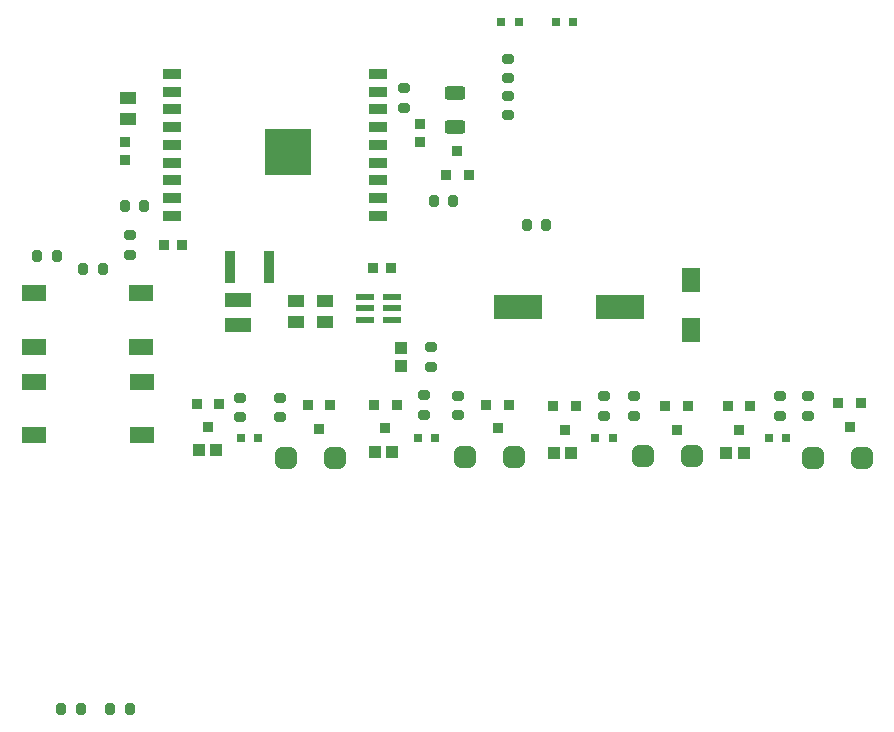
<source format=gtp>
G04 #@! TF.GenerationSoftware,KiCad,Pcbnew,9.0.3*
G04 #@! TF.CreationDate,2025-08-26T10:07:48-04:00*
G04 #@! TF.ProjectId,Water_controller_board,57617465-725f-4636-9f6e-74726f6c6c65,rev?*
G04 #@! TF.SameCoordinates,Original*
G04 #@! TF.FileFunction,Paste,Top*
G04 #@! TF.FilePolarity,Positive*
%FSLAX46Y46*%
G04 Gerber Fmt 4.6, Leading zero omitted, Abs format (unit mm)*
G04 Created by KiCad (PCBNEW 9.0.3) date 2025-08-26 10:07:48*
%MOMM*%
%LPD*%
G01*
G04 APERTURE LIST*
G04 Aperture macros list*
%AMRoundRect*
0 Rectangle with rounded corners*
0 $1 Rounding radius*
0 $2 $3 $4 $5 $6 $7 $8 $9 X,Y pos of 4 corners*
0 Add a 4 corners polygon primitive as box body*
4,1,4,$2,$3,$4,$5,$6,$7,$8,$9,$2,$3,0*
0 Add four circle primitives for the rounded corners*
1,1,$1+$1,$2,$3*
1,1,$1+$1,$4,$5*
1,1,$1+$1,$6,$7*
1,1,$1+$1,$8,$9*
0 Add four rect primitives between the rounded corners*
20,1,$1+$1,$2,$3,$4,$5,0*
20,1,$1+$1,$4,$5,$6,$7,0*
20,1,$1+$1,$6,$7,$8,$9,0*
20,1,$1+$1,$8,$9,$2,$3,0*%
G04 Aperture macros list end*
%ADD10RoundRect,0.080000X-0.320000X0.370000X-0.320000X-0.370000X0.320000X-0.370000X0.320000X0.370000X0*%
%ADD11RoundRect,0.200000X0.275000X-0.200000X0.275000X0.200000X-0.275000X0.200000X-0.275000X-0.200000X0*%
%ADD12R,0.930000X0.890000*%
%ADD13RoundRect,0.080000X0.320000X-0.370000X0.320000X0.370000X-0.320000X0.370000X-0.320000X-0.370000X0*%
%ADD14R,0.800000X0.800000*%
%ADD15RoundRect,0.200000X0.200000X0.275000X-0.200000X0.275000X-0.200000X-0.275000X0.200000X-0.275000X0*%
%ADD16R,1.020000X1.040000*%
%ADD17RoundRect,0.200000X-0.275000X0.200000X-0.275000X-0.200000X0.275000X-0.200000X0.275000X0.200000X0*%
%ADD18R,4.100000X2.000000*%
%ADD19RoundRect,0.200000X-0.200000X-0.275000X0.200000X-0.275000X0.200000X0.275000X-0.200000X0.275000X0*%
%ADD20R,2.220000X1.240000*%
%ADD21RoundRect,0.450000X0.450000X0.450000X-0.450000X0.450000X-0.450000X-0.450000X0.450000X-0.450000X0*%
%ADD22R,1.420000X1.080000*%
%ADD23R,1.040000X1.020000*%
%ADD24RoundRect,0.041300X-0.683700X-0.253700X0.683700X-0.253700X0.683700X0.253700X-0.683700X0.253700X0*%
%ADD25RoundRect,0.250000X-0.625000X0.312500X-0.625000X-0.312500X0.625000X-0.312500X0.625000X0.312500X0*%
%ADD26R,2.100000X1.400000*%
%ADD27R,0.890000X0.930000*%
%ADD28R,0.960000X2.720000*%
%ADD29R,1.498600X0.889000*%
%ADD30R,3.987800X3.987800*%
%ADD31R,1.500000X2.120000*%
G04 APERTURE END LIST*
D10*
G04 #@! TO.C,Q5*
X171801654Y-91377902D03*
X169901654Y-91377902D03*
X170851654Y-93377902D03*
G04 #@! TD*
D11*
G04 #@! TO.C,R18*
X189366254Y-92316400D03*
X189366254Y-90666400D03*
G04 #@! TD*
D12*
G04 #@! TO.C,C6*
X148786275Y-69134317D03*
X148786275Y-70674317D03*
G04 #@! TD*
D13*
G04 #@! TO.C,Q2*
X175998954Y-71927900D03*
X177898954Y-71927900D03*
X176948954Y-69927900D03*
G04 #@! TD*
D14*
G04 #@! TO.C,D2*
X185268954Y-58967900D03*
X186768954Y-58967900D03*
G04 #@! TD*
D15*
G04 #@! TO.C,R4*
X150438954Y-74527900D03*
X148788954Y-74527900D03*
G04 #@! TD*
D16*
G04 #@! TO.C,R1*
X172193954Y-88073900D03*
X172193954Y-86603900D03*
G04 #@! TD*
D14*
G04 #@! TO.C,D5*
X175078954Y-94187900D03*
X173578954Y-94187900D03*
G04 #@! TD*
D17*
G04 #@! TO.C,R15*
X181248954Y-65217900D03*
X181248954Y-66867900D03*
G04 #@! TD*
D18*
G04 #@! TO.C,C10*
X190748954Y-83077900D03*
X182048954Y-83077900D03*
G04 #@! TD*
D19*
G04 #@! TO.C,R23*
X145283954Y-79927900D03*
X146933954Y-79927900D03*
G04 #@! TD*
D15*
G04 #@! TO.C,R6*
X176598954Y-74127900D03*
X174948954Y-74127900D03*
G04 #@! TD*
D14*
G04 #@! TO.C,D7*
X190118954Y-94237900D03*
X188618954Y-94237900D03*
G04 #@! TD*
D10*
G04 #@! TO.C,Q3*
X156798954Y-91277900D03*
X154898954Y-91277900D03*
X155848954Y-93277900D03*
G04 #@! TD*
D11*
G04 #@! TO.C,R7*
X161898954Y-92422900D03*
X161898954Y-90772900D03*
G04 #@! TD*
D17*
G04 #@! TO.C,R17*
X191912515Y-90666400D03*
X191912515Y-92316400D03*
G04 #@! TD*
D20*
G04 #@! TO.C,L1*
X158348954Y-84657900D03*
X158348954Y-82477900D03*
G04 #@! TD*
D21*
G04 #@! TO.C,D6*
X181752609Y-95801781D03*
X177587009Y-95801781D03*
G04 #@! TD*
D22*
G04 #@! TO.C,C1*
X163248954Y-84372900D03*
X163248954Y-82582900D03*
G04 #@! TD*
D23*
G04 #@! TO.C,R12*
X171451254Y-95377902D03*
X169981254Y-95377902D03*
G04 #@! TD*
D17*
G04 #@! TO.C,R2*
X174718954Y-86507900D03*
X174718954Y-88157900D03*
G04 #@! TD*
D21*
G04 #@! TO.C,D8*
X196834554Y-95727900D03*
X192668954Y-95727900D03*
G04 #@! TD*
D10*
G04 #@! TO.C,Q1*
X166186454Y-91434976D03*
X164286454Y-91434976D03*
X165236454Y-93434976D03*
G04 #@! TD*
D17*
G04 #@! TO.C,R8*
X158568954Y-90772900D03*
X158568954Y-92422900D03*
G04 #@! TD*
D24*
G04 #@! TO.C,U3*
X169138954Y-82277900D03*
X169138954Y-83227900D03*
X169138954Y-84177900D03*
X171448954Y-84177900D03*
X171448954Y-83227900D03*
X171448954Y-82277900D03*
G04 #@! TD*
D10*
G04 #@! TO.C,Q4*
X181301654Y-91377902D03*
X179401654Y-91377902D03*
X180351654Y-93377902D03*
G04 #@! TD*
D15*
G04 #@! TO.C,R25*
X145058954Y-117117900D03*
X143408954Y-117117900D03*
G04 #@! TD*
D10*
G04 #@! TO.C,Q8*
X211108954Y-91234100D03*
X209208954Y-91234100D03*
X210158954Y-93234100D03*
G04 #@! TD*
G04 #@! TO.C,Q9*
X201741654Y-91484100D03*
X199841654Y-91484100D03*
X200791654Y-93484100D03*
G04 #@! TD*
D25*
G04 #@! TO.C,R11*
X176748954Y-64952900D03*
X176748954Y-67877900D03*
G04 #@! TD*
D15*
G04 #@! TO.C,R24*
X184458954Y-76137900D03*
X182808954Y-76137900D03*
G04 #@! TD*
D22*
G04 #@! TO.C,C2*
X165748954Y-84367900D03*
X165748954Y-82577900D03*
G04 #@! TD*
D26*
G04 #@! TO.C,S1*
X141073954Y-81952900D03*
X150173954Y-81952900D03*
X141073954Y-86452900D03*
X150173954Y-86452900D03*
G04 #@! TD*
D11*
G04 #@! TO.C,R10*
X181238954Y-63752900D03*
X181238954Y-62102900D03*
G04 #@! TD*
D22*
G04 #@! TO.C,C7*
X149048954Y-65377900D03*
X149048954Y-67167900D03*
G04 #@! TD*
D11*
G04 #@! TO.C,R21*
X204288954Y-92309100D03*
X204288954Y-90659100D03*
G04 #@! TD*
D27*
G04 #@! TO.C,C5*
X152119954Y-77840900D03*
X153659954Y-77840900D03*
G04 #@! TD*
D23*
G04 #@! TO.C,R19*
X201178954Y-95484100D03*
X199708954Y-95484100D03*
G04 #@! TD*
D17*
G04 #@! TO.C,R20*
X206636654Y-90659100D03*
X206636654Y-92309100D03*
G04 #@! TD*
D23*
G04 #@! TO.C,R9*
X156550854Y-95248476D03*
X155080854Y-95248476D03*
G04 #@! TD*
D14*
G04 #@! TO.C,D3*
X160088954Y-94237900D03*
X158588954Y-94237900D03*
G04 #@! TD*
D28*
G04 #@! TO.C,C4*
X157723954Y-79677900D03*
X160973954Y-79677900D03*
G04 #@! TD*
D21*
G04 #@! TO.C,D10*
X211192609Y-95891781D03*
X207027009Y-95891781D03*
G04 #@! TD*
G04 #@! TO.C,D1*
X166574554Y-95887900D03*
X162408954Y-95887900D03*
G04 #@! TD*
D19*
G04 #@! TO.C,R22*
X141358954Y-78817900D03*
X143008954Y-78817900D03*
G04 #@! TD*
D23*
G04 #@! TO.C,R16*
X186566254Y-95441400D03*
X185096254Y-95441400D03*
G04 #@! TD*
D17*
G04 #@! TO.C,R14*
X174098954Y-90587900D03*
X174098954Y-92237900D03*
G04 #@! TD*
D12*
G04 #@! TO.C,C8*
X173748954Y-67627900D03*
X173748954Y-69167900D03*
G04 #@! TD*
D29*
G04 #@! TO.C,U1*
X152748954Y-63377903D03*
X152748954Y-64877902D03*
X152748954Y-66377902D03*
X152748954Y-67877901D03*
X152748954Y-69377901D03*
X152748954Y-70877901D03*
X152748954Y-72377903D03*
X152748954Y-73877902D03*
X152748954Y-75377902D03*
X170248954Y-75377899D03*
X170248954Y-73877900D03*
X170248954Y-72377900D03*
X170248954Y-70877901D03*
X170248954Y-69377901D03*
X170248954Y-67877901D03*
X170248954Y-66377899D03*
X170248954Y-64877900D03*
X170248954Y-63377900D03*
D30*
X162598954Y-69987903D03*
G04 #@! TD*
D19*
G04 #@! TO.C,R26*
X147548954Y-117137900D03*
X149198954Y-117137900D03*
G04 #@! TD*
D11*
G04 #@! TO.C,R3*
X149258954Y-78662900D03*
X149258954Y-77012900D03*
G04 #@! TD*
D10*
G04 #@! TO.C,Q6*
X196466254Y-91491400D03*
X194566254Y-91491400D03*
X195516254Y-93491400D03*
G04 #@! TD*
D27*
G04 #@! TO.C,C3*
X171318954Y-79777900D03*
X169778954Y-79777900D03*
G04 #@! TD*
D26*
G04 #@! TO.C,S2*
X141123954Y-89427900D03*
X150223954Y-89427900D03*
X141123954Y-93927900D03*
X150223954Y-93927900D03*
G04 #@! TD*
D14*
G04 #@! TO.C,D4*
X182138954Y-58977900D03*
X180638954Y-58977900D03*
G04 #@! TD*
G04 #@! TO.C,D9*
X204805039Y-94227701D03*
X203305039Y-94227701D03*
G04 #@! TD*
D17*
G04 #@! TO.C,R5*
X172468954Y-64587900D03*
X172468954Y-66237900D03*
G04 #@! TD*
D10*
G04 #@! TO.C,Q7*
X186966254Y-91491400D03*
X185066254Y-91491400D03*
X186016254Y-93491400D03*
G04 #@! TD*
D31*
G04 #@! TO.C,D11*
X196718954Y-80827900D03*
X196718954Y-85057900D03*
G04 #@! TD*
D11*
G04 #@! TO.C,R13*
X176981254Y-92252902D03*
X176981254Y-90602902D03*
G04 #@! TD*
M02*

</source>
